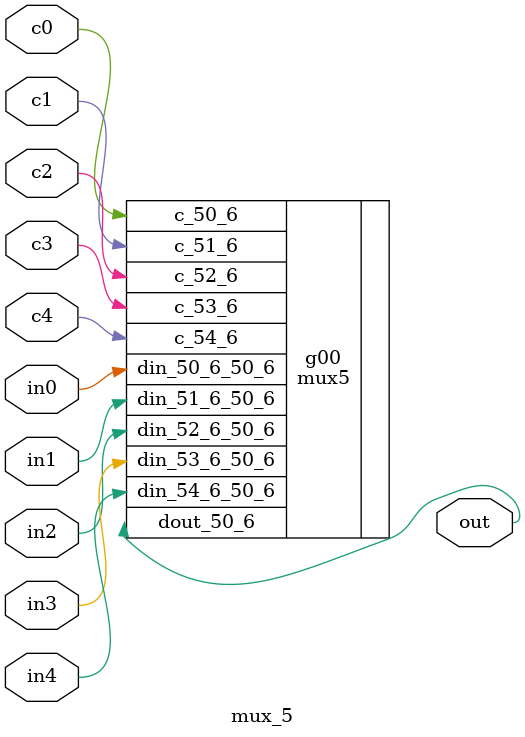
<source format=v>
module mux_5 (
    c0, c1, c2, c3, c4, 
    in0, in1, in2, in3, in4, 
    out
);

    input c0, c1, c2, c3, c4, 
        in0, in1, in2, in3, in4;
    output out;

    mux5 g00 (.c_50_6(c0), .c_51_6(c1), .c_52_6(c2),  .c_53_6(c3), .c_54_6(c4), 
                .din_50_6_50_6(in0), .din_51_6_50_6(in1), .din_52_6_50_6(in2), .din_53_6_50_6(in3), .din_54_6_50_6(in4), 
                .dout_50_6(out));

endmodule

</source>
